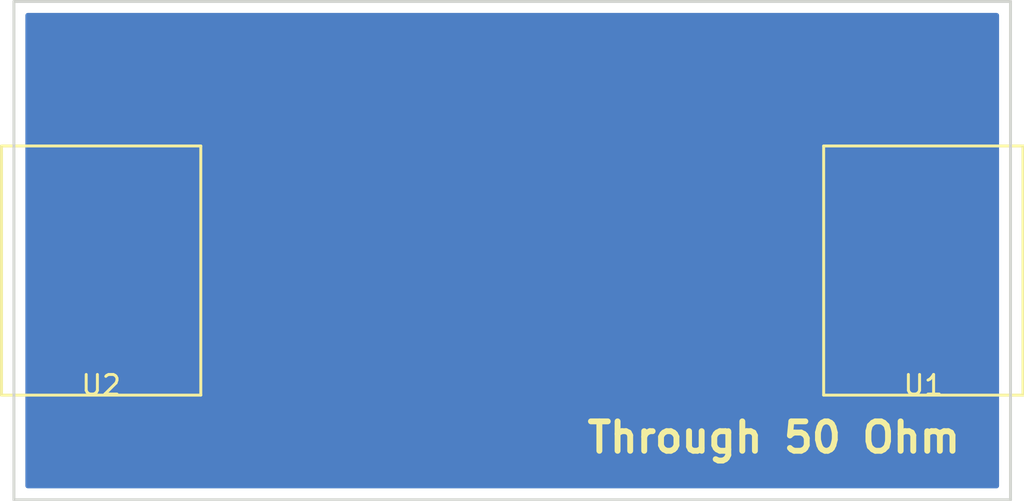
<source format=kicad_pcb>
(kicad_pcb (version 4) (host pcbnew 4.0.6)

  (general
    (links 2)
    (no_connects 0)
    (area 76.124999 76.124999 127.075001 101.675001)
    (thickness 1.6)
    (drawings 5)
    (tracks 2)
    (zones 0)
    (modules 2)
    (nets 3)
  )

  (page A4)
  (layers
    (0 F.Cu jumper)
    (31 B.Cu signal)
    (34 B.Paste user)
    (35 F.Paste user)
    (36 B.SilkS user)
    (37 F.SilkS user)
    (38 B.Mask user)
    (39 F.Mask user)
    (40 Dwgs.User user)
    (41 Cmts.User user)
    (42 Eco1.User user)
    (43 Eco2.User user)
    (44 Edge.Cuts user)
    (45 Margin user)
    (46 B.CrtYd user)
  )

  (setup
    (last_trace_width 0.1524)
    (trace_clearance 0.1524)
    (zone_clearance 0.508)
    (zone_45_only no)
    (trace_min 0.1524)
    (segment_width 0.2)
    (edge_width 0.15)
    (via_size 0.6858)
    (via_drill 0.3302)
    (via_min_size 0.6858)
    (via_min_drill 0.3302)
    (uvia_size 0.762)
    (uvia_drill 0.508)
    (uvias_allowed no)
    (uvia_min_size 0)
    (uvia_min_drill 0)
    (pcb_text_width 0.3)
    (pcb_text_size 1.5 1.5)
    (mod_edge_width 0.15)
    (mod_text_size 1 1)
    (mod_text_width 0.15)
    (pad_size 1.524 1.524)
    (pad_drill 0.762)
    (pad_to_mask_clearance 0.2)
    (aux_axis_origin 0 0)
    (visible_elements 7FFFFFFF)
    (pcbplotparams
      (layerselection 0x010d0_80000001)
      (usegerberextensions true)
      (excludeedgelayer true)
      (linewidth 0.100000)
      (plotframeref false)
      (viasonmask false)
      (mode 1)
      (useauxorigin false)
      (hpglpennumber 1)
      (hpglpenspeed 20)
      (hpglpendiameter 15)
      (hpglpenoverlay 2)
      (psnegative false)
      (psa4output false)
      (plotreference false)
      (plotvalue false)
      (plotinvisibletext false)
      (padsonsilk false)
      (subtractmaskfromsilk false)
      (outputformat 1)
      (mirror false)
      (drillshape 0)
      (scaleselection 1)
      (outputdirectory ../gerbers/Through/))
  )

  (net 0 "")
  (net 1 "Net-(U1-Pad1)")
  (net 2 GND)

  (net_class Default "This is the default net class."
    (clearance 0.1524)
    (trace_width 0.1524)
    (via_dia 0.6858)
    (via_drill 0.3302)
    (uvia_dia 0.762)
    (uvia_drill 0.508)
    (add_net GND)
    (add_net "Net-(U1-Pad1)")
  )

  (module Lib_fp:rfcoax (layer F.Cu) (tedit 59DA9FC6) (tstamp 5A501CA9)
    (at 123.825 91.186)
    (path /59C58CDB)
    (fp_text reference U1 (at -1.27 4.572) (layer F.SilkS)
      (effects (font (size 1 1) (thickness 0.15)))
    )
    (fp_text value coax (at -1.27 3.556) (layer F.Fab)
      (effects (font (size 1 1) (thickness 0.15)))
    )
    (fp_line (start -6.35 5.08) (end -6.35 -7.62) (layer F.SilkS) (width 0.15))
    (fp_line (start 3.81 5.08) (end -6.35 5.08) (layer F.SilkS) (width 0.15))
    (fp_line (start 3.81 -7.62) (end 3.81 5.08) (layer F.SilkS) (width 0.15))
    (fp_line (start -6.35 -7.62) (end 3.81 -7.62) (layer F.SilkS) (width 0.15))
    (pad 1 smd rect (at -1.27 -2.286) (size 7.62 2.921) (layers F.Cu F.Paste F.Mask)
      (net 1 "Net-(U1-Pad1)"))
    (pad 2 smd rect (at -1.27 -2.286) (size 7.62 10.16) (layers B.Cu B.Paste B.Mask)
      (net 2 GND))
  )

  (module Lib_fp:rfcoax (layer F.Cu) (tedit 59DA9FC6) (tstamp 5A501CAE)
    (at 81.915 91.186)
    (path /59C58C77)
    (fp_text reference U2 (at -1.27 4.572) (layer F.SilkS)
      (effects (font (size 1 1) (thickness 0.15)))
    )
    (fp_text value coax (at -1.27 3.556) (layer F.Fab)
      (effects (font (size 1 1) (thickness 0.15)))
    )
    (fp_line (start -6.35 5.08) (end -6.35 -7.62) (layer F.SilkS) (width 0.15))
    (fp_line (start 3.81 5.08) (end -6.35 5.08) (layer F.SilkS) (width 0.15))
    (fp_line (start 3.81 -7.62) (end 3.81 5.08) (layer F.SilkS) (width 0.15))
    (fp_line (start -6.35 -7.62) (end 3.81 -7.62) (layer F.SilkS) (width 0.15))
    (pad 1 smd rect (at -1.27 -2.286) (size 7.62 2.921) (layers F.Cu F.Paste F.Mask)
      (net 1 "Net-(U1-Pad1)"))
    (pad 2 smd rect (at -1.27 -2.286) (size 7.62 10.16) (layers B.Cu B.Paste B.Mask)
      (net 2 GND))
  )

  (gr_text "Through 50 Ohm\n" (at 114.935 98.425) (layer F.SilkS)
    (effects (font (size 1.5 1.5) (thickness 0.3)))
  )
  (gr_line (start 76.2 101.6) (end 76.2 76.2) (layer Edge.Cuts) (width 0.15))
  (gr_line (start 127 101.6) (end 76.2 101.6) (layer Edge.Cuts) (width 0.15))
  (gr_line (start 127 76.2) (end 127 101.6) (layer Edge.Cuts) (width 0.15))
  (gr_line (start 76.2 76.2) (end 127 76.2) (layer Edge.Cuts) (width 0.15))

  (segment (start 80.645 88.9) (end 84.6074 88.9) (width 0.1524) (layer F.Cu) (net 1))
  (segment (start 84.6074 88.9) (end 122.555 88.9) (width 2.921) (layer F.Cu) (net 1))

  (zone (net 2) (net_name GND) (layer B.Cu) (tstamp 0) (hatch edge 0.508)
    (connect_pads yes (clearance 0.508))
    (min_thickness 0.254)
    (fill yes (arc_segments 16) (thermal_gap 0.508) (thermal_bridge_width 0.508))
    (polygon
      (pts
        (xy 76.2 76.2) (xy 127 76.2) (xy 127 101.6) (xy 76.2 101.6)
      )
    )
    (filled_polygon
      (pts
        (xy 126.29 100.89) (xy 76.91 100.89) (xy 76.91 76.91) (xy 126.29 76.91)
      )
    )
  )
)

</source>
